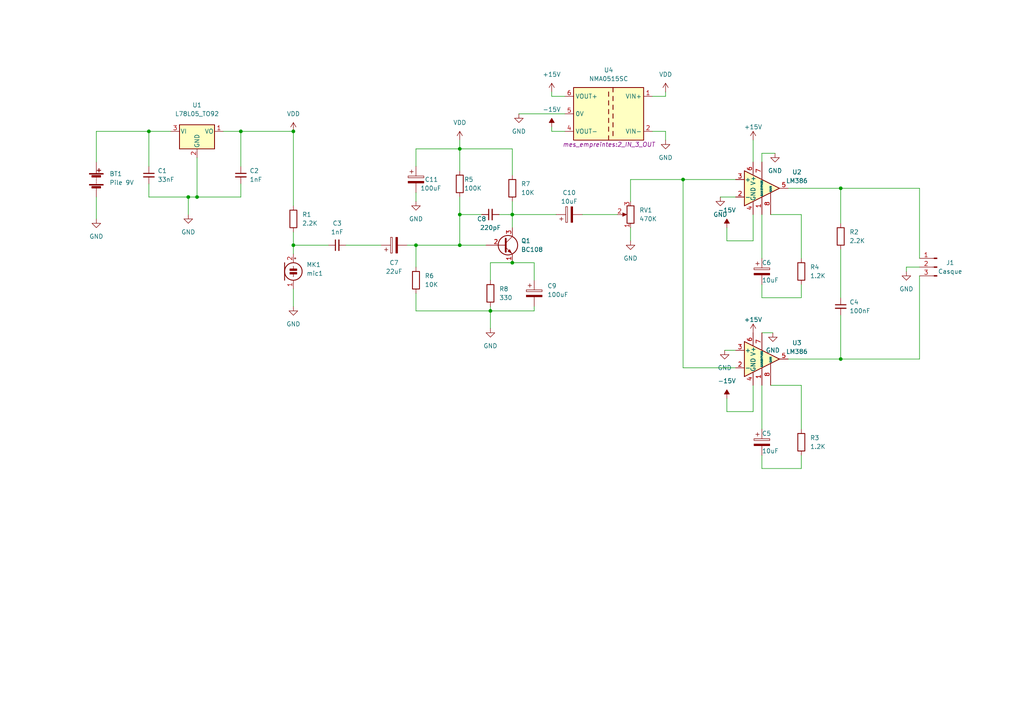
<source format=kicad_sch>
(kicad_sch (version 20211123) (generator eeschema)
  (paper "A4")
  (lib_symbols
    (symbol "Amplifier_Audio:LM386" (pin_names (offset 0.127))
      (property "Reference" "U" (at 1.27 7.62 0))
      (property "Value" "LM386" (at 1.27 5.08 0))
      (symbol "LM386_0_1"
        (polyline (pts (xy 5.08 0) (xy -5.08 5.08) (xy -5.08 -5.08) (xy 5.08 0)) (stroke (width 0.254)) (fill (type background)))
      )
      (symbol "LM386_1_1"
        (pin input line (at 0 -7.62 90) (length 5.08) (name "GAIN") (number "1"))
        (pin input line (at -7.62 -2.54 0) (length 2.54) (name "-") (number "2"))
        (pin input line (at -7.62 2.54 0) (length 2.54) (name "+") (number "3"))
        (pin power_in line (at -2.54 -7.62 90) (length 3.81) (name "GND") (number "4"))
        (pin output line (at 7.62 0 180) (length 2.54) (name "~") (number "5"))
        (pin power_in line (at -2.54 7.62 270) (length 3.81) (name "V+") (number "6"))
        (pin input line (at 0 7.62 270) (length 5.08) (name "BYPASS") (number "7"))
        (pin input line (at 2.54 -7.62 90) (length 6.35) (name "GAIN") (number "8"))
      )
    )
    (symbol "Connector:Conn_01x03_Male" (pin_names (offset 1.016) hide)
      (property "Reference" "J" (at 0 5.08 0))
      (property "Value" "Conn_01x03_Male" (at 0 -5.08 0))
      (symbol "Conn_01x03_Male_1_1"
        (polyline (pts (xy 1.27 -2.54) (xy 0.8636 -2.54)) (stroke (width 0.1524)))
        (polyline (pts (xy 1.27 0) (xy 0.8636 0)) (stroke (width 0.1524)))
        (polyline (pts (xy 1.27 2.54) (xy 0.8636 2.54)) (stroke (width 0.1524)))
        (rectangle (start 0.8636 -2.413) (end 0 -2.667) (stroke (width 0.1524)) (fill (type outline)))
        (rectangle (start 0.8636 0.127) (end 0 -0.127) (stroke (width 0.1524)) (fill (type outline)))
        (rectangle (start 0.8636 2.667) (end 0 2.413) (stroke (width 0.1524)) (fill (type outline)))
        (pin passive line (at 5.08 2.54 180) (length 3.81) (name "Pin_1") (number "1"))
        (pin passive line (at 5.08 0 180) (length 3.81) (name "Pin_2") (number "2"))
        (pin passive line (at 5.08 -2.54 180) (length 3.81) (name "Pin_3") (number "3"))
      )
    )
    (symbol "Device:Battery" (pin_numbers hide) (pin_names (offset 0) hide)
      (property "Reference" "BT" (at 2.54 2.54 0))
      (property "Value" "Battery" (at 2.54 0 0))
      (symbol "Battery_0_1"
        (rectangle (start -2.032 -1.397) (end 2.032 -1.651) (fill (type outline)))
        (rectangle (start -2.032 1.778) (end 2.032 1.524) (fill (type outline)))
        (rectangle (start -1.3208 -1.9812) (end 1.27 -2.4892) (fill (type outline)))
        (rectangle (start -1.3208 1.1938) (end 1.27 0.6858) (fill (type outline)))
        (polyline (pts (xy 0 -1.524) (xy 0 -1.27)))
        (polyline (pts (xy 0 -1.016) (xy 0 -0.762)))
        (polyline (pts (xy 0 -0.508) (xy 0 -0.254)))
        (polyline (pts (xy 0 0) (xy 0 0.254)))
        (polyline (pts (xy 0 0.508) (xy 0 0.762)))
        (polyline (pts (xy 0 1.778) (xy 0 2.54)))
        (polyline (pts (xy 0.254 2.667) (xy 1.27 2.667)) (stroke (width 0.254)))
        (polyline (pts (xy 0.762 3.175) (xy 0.762 2.159)) (stroke (width 0.254)))
      )
      (symbol "Battery_1_1"
        (pin passive line (at 0 5.08 270) (length 2.54) (name "+") (number "1"))
        (pin passive line (at 0 -5.08 90) (length 2.54) (name "-") (number "2"))
      )
    )
    (symbol "Device:C_Polarized" (pin_numbers hide) (pin_names (offset 0.254))
      (property "Reference" "C" (at 0.635 2.54 0))
      (property "Value" "C_Polarized" (at 0.635 -2.54 0))
      (symbol "C_Polarized_0_1"
        (rectangle (start -2.286 0.508) (end 2.286 1.016))
        (polyline (pts (xy -1.778 2.286) (xy -0.762 2.286)))
        (polyline (pts (xy -1.27 2.794) (xy -1.27 1.778)))
        (rectangle (start 2.286 -0.508) (end -2.286 -1.016) (fill (type outline)))
      )
      (symbol "C_Polarized_1_1"
        (pin passive line (at 0 3.81 270) (length 2.794) (name "~") (number "1"))
        (pin passive line (at 0 -3.81 90) (length 2.794) (name "~") (number "2"))
      )
    )
    (symbol "Device:C_Small" (pin_numbers hide) (pin_names (offset 0.254) hide)
      (property "Reference" "C" (at 0.254 1.778 0))
      (property "Value" "C_Small" (at 0.254 -2.032 0))
      (symbol "C_Small_0_1"
        (polyline (pts (xy -1.524 -0.508) (xy 1.524 -0.508)) (stroke (width 0.3302)))
        (polyline (pts (xy -1.524 0.508) (xy 1.524 0.508)) (stroke (width 0.3048)))
      )
      (symbol "C_Small_1_1"
        (pin passive line (at 0 2.54 270) (length 2.032) (name "~") (number "1"))
        (pin passive line (at 0 -2.54 90) (length 2.032) (name "~") (number "2"))
      )
    )
    (symbol "Device:Microphone_Condenser" (pin_names (offset 0.0254) hide)
      (property "Reference" "MK" (at -3.302 1.27 0))
      (property "Value" "Microphone_Condenser" (at -3.302 -0.635 0))
      (symbol "Microphone_Condenser_0_1"
        (polyline (pts (xy -2.54 2.54) (xy -2.54 -2.54)) (stroke (width 0.254)))
        (polyline (pts (xy 0 -0.762) (xy 0 -1.524)))
        (polyline (pts (xy 0 0.762) (xy 0 1.524)))
        (polyline (pts (xy 0.254 3.81) (xy 0.762 3.81)))
        (polyline (pts (xy 0.508 4.064) (xy 0.508 3.556)))
        (circle (center 0 0) (radius 2.54) (stroke (width 0.254)))
        (rectangle (start 1.016 -0.254) (end -1.016 -0.762) (fill (type outline)))
        (rectangle (start 1.016 0.762) (end -1.016 0.254) (fill (type outline)))
      )
      (symbol "Microphone_Condenser_1_1"
        (pin passive line (at 0 -5.08 90) (length 2.54) (name "-") (number "1"))
        (pin passive line (at 0 5.08 270) (length 2.54) (name "+") (number "2"))
      )
    )
    (symbol "Device:R" (pin_numbers hide) (pin_names (offset 0))
      (property "Reference" "R" (at 2.032 0 90))
      (property "Value" "R" (at 0 0 90))
      (symbol "R_0_1"
        (rectangle (start -1.016 -2.54) (end 1.016 2.54) (stroke (width 0.254)))
      )
      (symbol "R_1_1"
        (pin passive line (at 0 3.81 270) (length 1.27) (name "~") (number "1"))
        (pin passive line (at 0 -3.81 90) (length 1.27) (name "~") (number "2"))
      )
    )
    (symbol "Device:R_Potentiometer" (pin_names (offset 1.016) hide)
      (property "Reference" "RV" (at -4.445 0 90))
      (property "Value" "R_Potentiometer" (at -2.54 0 90))
      (symbol "R_Potentiometer_0_1"
        (polyline (pts (xy 2.54 0) (xy 1.524 0)))
        (polyline (pts (xy 1.143 0) (xy 2.286 0.508) (xy 2.286 -0.508) (xy 1.143 0)) (fill (type outline)))
        (rectangle (start 1.016 2.54) (end -1.016 -2.54) (stroke (width 0.254)))
      )
      (symbol "R_Potentiometer_1_1"
        (pin passive line (at 0 3.81 270) (length 1.27) (name "1") (number "1"))
        (pin passive line (at 3.81 0 180) (length 1.27) (name "2") (number "2"))
        (pin passive line (at 0 -3.81 90) (length 1.27) (name "3") (number "3"))
      )
    )
    (symbol "Regulator_Linear:L78L05_TO92" (pin_names (offset 0.254))
      (property "Reference" "U" (at -3.81 3.175 0))
      (property "Value" "L78L05_TO92" (at 0 3.175 0))
      (symbol "L78L05_TO92_0_1"
        (rectangle (start -5.08 -5.08) (end 5.08 1.905) (stroke (width 0.254)) (fill (type background)))
      )
      (symbol "L78L05_TO92_1_1"
        (pin power_out line (at 7.62 0 180) (length 2.54) (name "VO") (number "1"))
        (pin power_in line (at 0 -7.62 90) (length 2.54) (name "GND") (number "2"))
        (pin power_in line (at -7.62 0 0) (length 2.54) (name "VI") (number "3"))
      )
    )
    (symbol "Regulator_Switching:NMA0515SC"
      (property "Reference" "U4" (at 0 12.7 0))
      (property "Value" "NMA0515SC" (at 0 10.16 0))
      (symbol "NMA0515SC_0_1"
        (rectangle (start -10.16 -7.62) (end 10.16 7.62) (stroke (width 0.254)) (fill (type background)))
        (polyline (pts (xy 0 -7.62) (xy 0 -6.35)) (stroke (width 0.254)))
        (polyline (pts (xy 0 -5.08) (xy 0 -3.81)) (stroke (width 0.254)))
        (polyline (pts (xy 0 -1.27) (xy 0 -2.54)) (stroke (width 0.254)))
        (polyline (pts (xy 0 0) (xy 0 1.27)) (stroke (width 0.254)))
        (polyline (pts (xy 0 2.54) (xy 0 3.81)) (stroke (width 0.254)))
        (polyline (pts (xy 0 5.08) (xy 0 6.35)) (stroke (width 0.254)))
        (polyline (pts (xy 1.27 -5.08) (xy 1.27 -6.35)) (stroke (width 0.254)))
        (polyline (pts (xy 1.27 -2.54) (xy 1.27 -3.81)) (stroke (width 0.254)))
        (polyline (pts (xy 1.27 0) (xy 1.27 -1.27)) (stroke (width 0.254)))
        (polyline (pts (xy 1.27 2.54) (xy 1.27 1.27)) (stroke (width 0.254)))
        (polyline (pts (xy 1.27 5.08) (xy 1.27 3.81)) (stroke (width 0.254)))
        (polyline (pts (xy 1.27 7.62) (xy 1.27 6.35)) (stroke (width 0.254)))
      )
      (symbol "NMA0515SC_1_1"
        (pin power_in line (at 12.7 5.08 180) (length 2.54) (name "VIN+") (number "1"))
        (pin power_in line (at 12.7 -5.08 180) (length 2.54) (name "VIN-") (number "2"))
        (pin power_out line (at -12.7 -5.08 0) (length 2.54) (name "VOUT-") (number "4"))
        (pin power_out line (at -12.7 0 0) (length 2.54) (name "0V") (number "5"))
        (pin power_out line (at -12.7 5.08 0) (length 2.54) (name "VOUT+") (number "6"))
      )
    )
    (symbol "Transistor_BJT:BC108" (pin_names (offset 0) hide)
      (property "Reference" "Q" (at 5.08 1.905 0))
      (property "Value" "BC108" (at 5.08 0 0))
      (symbol "BC108_0_1"
        (polyline (pts (xy 0.635 0.635) (xy 2.54 2.54)))
        (polyline (pts (xy 0.635 -0.635) (xy 2.54 -2.54) (xy 2.54 -2.54)))
        (polyline (pts (xy 0.635 1.905) (xy 0.635 -1.905) (xy 0.635 -1.905)) (stroke (width 0.508)))
        (polyline (pts (xy 1.27 -1.778) (xy 1.778 -1.27) (xy 2.286 -2.286) (xy 1.27 -1.778) (xy 1.27 -1.778)) (fill (type outline)))
        (circle (center 1.27 0) (radius 2.8194) (stroke (width 0.254)))
      )
      (symbol "BC108_1_1"
        (pin passive line (at 2.54 -5.08 90) (length 2.54) (name "E") (number "1"))
        (pin input line (at -5.08 0 0) (length 5.715) (name "B") (number "2"))
        (pin passive line (at 2.54 5.08 270) (length 2.54) (name "C") (number "3"))
      )
    )
    (symbol "power:+15V" (power) (pin_names (offset 0))
      (property "Value" "+15V" (at 0 3.556 0))
      (symbol "+15V_0_1"
        (polyline (pts (xy -0.762 1.27) (xy 0 2.54)))
        (polyline (pts (xy 0 0) (xy 0 2.54)))
        (polyline (pts (xy 0 2.54) (xy 0.762 1.27)))
      )
      (symbol "+15V_1_1"
        (pin power_in line (at 0 0 90) (length 0) hide (name "+15V") (number "1"))
      )
    )
    (symbol "power:-15V" (power) (pin_names (offset 0))
      (property "Value" "-15V" (at 0 3.81 0))
      (symbol "-15V_0_0"
        (pin power_in line (at 0 0 90) (length 0) hide (name "-15V") (number "1"))
      )
      (symbol "-15V_0_1"
        (polyline (pts (xy 0 0) (xy 0 1.27) (xy 0.762 1.27) (xy 0 2.54) (xy -0.762 1.27) (xy 0 1.27)) (fill (type outline)))
      )
    )
    (symbol "power:GND" (power) (pin_names (offset 0))
      (property "Value" "GND" (at 0 -3.81 0))
      (symbol "GND_0_1"
        (polyline (pts (xy 0 0) (xy 0 -1.27) (xy 1.27 -1.27) (xy 0 -2.54) (xy -1.27 -1.27) (xy 0 -1.27)))
      )
      (symbol "GND_1_1"
        (pin power_in line (at 0 0 270) (length 0) hide (name "GND") (number "1"))
      )
    )
    (symbol "power:VDD" (power) (pin_names (offset 0))
      (property "Value" "VDD" (at 0 3.81 0))
      (symbol "VDD_0_1"
        (polyline (pts (xy -0.762 1.27) (xy 0 2.54)))
        (polyline (pts (xy 0 0) (xy 0 2.54)))
        (polyline (pts (xy 0 2.54) (xy 0.762 1.27)))
      )
      (symbol "VDD_1_1"
        (pin power_in line (at 0 0 90) (length 0) hide (name "VDD") (number "1"))
      )
    )
  )
  (junction (at 120.65 71.12))
  (junction (at 85.09 71.12))
  (junction (at 198.12 52.07))
  (junction (at 142.24 90.17))
  (junction (at 243.84 54.61))
  (junction (at 243.84 104.14))
  (junction (at 54.61 57.15))
  (junction (at 69.85 38.1))
  (junction (at 43.18 38.1))
  (junction (at 148.59 62.23))
  (junction (at 133.35 71.12))
  (junction (at 133.35 43.18))
  (junction (at 133.35 62.23))
  (junction (at 85.09 38.1))
  (junction (at 57.15 57.15))
  (junction (at 148.59 76.2))
  (wire (pts (xy 189.23 27.94) (xy 193.04 27.94)))
  (wire (pts (xy 243.84 72.39) (xy 243.84 86.36)))
  (wire (pts (xy 243.84 104.14) (xy 243.84 91.44)))
  (wire (pts (xy 262.89 77.47) (xy 262.89 78.74)))
  (wire (pts (xy 57.15 57.15) (xy 69.85 57.15)))
  (wire (pts (xy 220.98 96.52) (xy 224.155 96.52)))
  (wire (pts (xy 69.85 57.15) (xy 69.85 53.34)))
  (wire (pts (xy 168.91 62.23) (xy 179.07 62.23)))
  (wire (pts (xy 220.98 82.55) (xy 220.98 86.36)))
  (wire (pts (xy 228.6 54.61) (xy 243.84 54.61)))
  (wire (pts (xy 193.04 38.1) (xy 193.04 40.64)))
  (wire (pts (xy 133.35 57.15) (xy 133.35 62.23)))
  (wire (pts (xy 120.65 71.12) (xy 120.65 77.47)))
  (wire (pts (xy 144.78 62.23) (xy 148.59 62.23)))
  (wire (pts (xy 210.82 119.38) (xy 210.82 115.57)))
  (wire (pts (xy 85.09 83.82) (xy 85.09 88.9)))
  (wire (pts (xy 220.98 62.23) (xy 220.98 74.93)))
  (wire (pts (xy 232.41 124.46) (xy 232.41 111.76)))
  (wire (pts (xy 232.41 132.08) (xy 232.41 135.89)))
  (wire (pts (xy 198.12 52.07) (xy 198.12 106.68)))
  (wire (pts (xy 220.98 46.99) (xy 220.98 44.45)))
  (wire (pts (xy 57.15 45.72) (xy 57.15 57.15)))
  (wire (pts (xy 218.44 62.23) (xy 218.44 69.85)))
  (wire (pts (xy 220.98 44.45) (xy 224.79 44.45)))
  (wire (pts (xy 232.41 74.93) (xy 232.41 62.23)))
  (wire (pts (xy 43.18 38.1) (xy 43.18 48.26)))
  (wire (pts (xy 220.98 135.89) (xy 232.41 135.89)))
  (wire (pts (xy 85.09 67.31) (xy 85.09 71.12)))
  (wire (pts (xy 133.35 71.12) (xy 140.97 71.12)))
  (wire (pts (xy 27.94 57.15) (xy 27.94 63.5)))
  (wire (pts (xy 232.41 82.55) (xy 232.41 86.36)))
  (wire (pts (xy 182.88 58.42) (xy 182.88 52.07)))
  (wire (pts (xy 142.24 90.17) (xy 142.24 95.25)))
  (wire (pts (xy 163.83 27.94) (xy 160.02 27.94)))
  (wire (pts (xy 133.35 43.18) (xy 120.65 43.18)))
  (wire (pts (xy 54.61 57.15) (xy 54.61 62.23)))
  (wire (pts (xy 198.12 52.07) (xy 213.36 52.07)))
  (wire (pts (xy 43.18 53.34) (xy 43.18 57.15)))
  (wire (pts (xy 142.24 88.9) (xy 142.24 90.17)))
  (wire (pts (xy 69.85 38.1) (xy 69.85 48.26)))
  (wire (pts (xy 220.98 86.36) (xy 232.41 86.36)))
  (wire (pts (xy 160.02 38.1) (xy 160.02 36.83)))
  (wire (pts (xy 148.59 76.2) (xy 154.94 76.2)))
  (wire (pts (xy 142.24 76.2) (xy 148.59 76.2)))
  (wire (pts (xy 182.88 66.04) (xy 182.88 69.85)))
  (wire (pts (xy 120.65 71.12) (xy 133.35 71.12)))
  (wire (pts (xy 148.59 58.42) (xy 148.59 62.23)))
  (wire (pts (xy 243.84 54.61) (xy 243.84 64.77)))
  (wire (pts (xy 228.6 104.14) (xy 243.84 104.14)))
  (wire (pts (xy 27.94 38.1) (xy 43.18 38.1)))
  (wire (pts (xy 163.83 38.1) (xy 160.02 38.1)))
  (wire (pts (xy 43.18 57.15) (xy 54.61 57.15)))
  (wire (pts (xy 133.35 62.23) (xy 139.7 62.23)))
  (wire (pts (xy 154.94 76.2) (xy 154.94 81.28)))
  (wire (pts (xy 43.18 38.1) (xy 49.53 38.1)))
  (wire (pts (xy 243.84 54.61) (xy 266.7 54.61)))
  (wire (pts (xy 182.88 52.07) (xy 198.12 52.07)))
  (wire (pts (xy 208.915 57.15) (xy 213.36 57.15)))
  (wire (pts (xy 266.7 54.61) (xy 266.7 74.93)))
  (wire (pts (xy 54.61 57.15) (xy 57.15 57.15)))
  (wire (pts (xy 232.41 62.23) (xy 223.52 62.23)))
  (wire (pts (xy 243.84 104.14) (xy 266.7 104.14)))
  (wire (pts (xy 266.7 77.47) (xy 262.89 77.47)))
  (wire (pts (xy 85.09 71.12) (xy 95.25 71.12)))
  (wire (pts (xy 213.36 106.68) (xy 198.12 106.68)))
  (wire (pts (xy 210.82 69.85) (xy 210.82 66.04)))
  (wire (pts (xy 218.44 69.85) (xy 210.82 69.85)))
  (wire (pts (xy 148.59 50.8) (xy 148.59 43.18)))
  (wire (pts (xy 27.94 46.99) (xy 27.94 38.1)))
  (wire (pts (xy 148.59 62.23) (xy 161.29 62.23)))
  (wire (pts (xy 232.41 111.76) (xy 223.52 111.76)))
  (wire (pts (xy 120.65 90.17) (xy 142.24 90.17)))
  (wire (pts (xy 85.09 38.1) (xy 85.09 59.69)))
  (wire (pts (xy 118.11 71.12) (xy 120.65 71.12)))
  (wire (pts (xy 148.59 62.23) (xy 148.59 66.04)))
  (wire (pts (xy 218.44 40.64) (xy 218.44 46.99)))
  (wire (pts (xy 148.59 43.18) (xy 133.35 43.18)))
  (wire (pts (xy 133.35 43.18) (xy 133.35 49.53)))
  (wire (pts (xy 85.09 71.12) (xy 85.09 73.66)))
  (wire (pts (xy 69.85 38.1) (xy 85.09 38.1)))
  (wire (pts (xy 142.24 81.28) (xy 142.24 76.2)))
  (wire (pts (xy 120.65 55.88) (xy 120.65 58.42)))
  (wire (pts (xy 154.94 90.17) (xy 142.24 90.17)))
  (wire (pts (xy 218.44 111.76) (xy 218.44 119.38)))
  (wire (pts (xy 100.33 71.12) (xy 110.49 71.12)))
  (wire (pts (xy 154.94 88.9) (xy 154.94 90.17)))
  (wire (pts (xy 120.65 85.09) (xy 120.65 90.17)))
  (wire (pts (xy 64.77 38.1) (xy 69.85 38.1)))
  (wire (pts (xy 193.04 27.94) (xy 193.04 26.67)))
  (wire (pts (xy 220.98 132.08) (xy 220.98 135.89)))
  (wire (pts (xy 160.02 27.94) (xy 160.02 26.67)))
  (wire (pts (xy 210.185 101.6) (xy 213.36 101.6)))
  (wire (pts (xy 133.35 62.23) (xy 133.35 71.12)))
  (wire (pts (xy 120.65 43.18) (xy 120.65 48.26)))
  (wire (pts (xy 218.44 119.38) (xy 210.82 119.38)))
  (wire (pts (xy 189.23 38.1) (xy 193.04 38.1)))
  (wire (pts (xy 150.495 33.02) (xy 163.83 33.02)))
  (wire (pts (xy 266.7 80.01) (xy 266.7 104.14)))
  (wire (pts (xy 133.35 40.64) (xy 133.35 43.18)))
  (wire (pts (xy 220.98 111.76) (xy 220.98 124.46)))
  (symbol (lib_id "Device:R") (at 148.59 54.61 0) (unit 1)
    (property "Reference" "R7" (at 151.13 53.3399 0) (effects (justify left)))
    (property "Value" "10K" (at 151.13 55.8799 0) (effects (justify left)))
    (property "Footprint" "Resistor_THT:R_Axial_DIN0309_L9.0mm_D3.2mm_P15.24mm_Horizontal" (effects hide))
  )
  (symbol (lib_id "Transistor_BJT:BC108") (at 146.05 71.12 0) (unit 1)
    (property "Reference" "Q1" (at 151.13 69.8499 0) (effects (justify left)))
    (property "Value" "BC108" (at 151.13 72.3899 0) (effects (justify left)))
    (property "Footprint" "Package_TO_SOT_THT:TO-52-3_Window" (effects hide))
    (property "Datasheet" "http://www.b-kainka.de/Daten/Transistor/BC108.pdf" (effects hide))
  )
  (symbol (lib_id "Device:Microphone_Condenser") (at 85.09 78.74 0) (unit 1)
    (property "Reference" "MK1" (at 88.9 76.7714 0) (effects (justify left)))
    (property "Value" "mic1" (at 88.9 79.3114 0) (effects (justify left)))
    (property "Footprint" "Connector_PinSocket_2.00mm:PinSocket_1x03_P2.00mm_Vertical" (effects hide))
  )
  (symbol (lib_id "Device:Battery") (at 27.94 52.07 0) (unit 1)
    (property "Reference" "BT1" (at 31.75 50.4189 0) (effects (justify left)))
    (property "Value" "Pile 9V" (at 31.75 52.9589 0) (effects (justify left)))
    (property "Footprint" "Battery:BatteryHolder_MPD_BH-18650-PC2" (effects hide))
  )
  (symbol (lib_id "Device:C_Polarized") (at 154.94 85.09 0) (unit 1)
    (property "Reference" "C9" (at 158.75 82.9309 0) (effects (justify left)))
    (property "Value" "100uF" (at 158.75 85.4709 0) (effects (justify left)))
    (property "Footprint" "Capacitor_THT:CP_Axial_L11.0mm_D6.0mm_P18.00mm_Horizontal" (effects hide))
  )
  (symbol (lib_id "Device:R") (at 85.09 63.5 0) (unit 1)
    (property "Reference" "R1" (at 87.63 62.2299 0) (effects (justify left)))
    (property "Value" "2.2K" (at 87.63 64.7699 0) (effects (justify left)))
    (property "Footprint" "Resistor_THT:R_Axial_DIN0309_L9.0mm_D3.2mm_P15.24mm_Horizontal" (effects hide))
  )
  (symbol (lib_id "Device:C_Polarized") (at 220.98 128.27 0) (unit 1)
    (property "Reference" "C5" (at 220.98 125.73 0) (effects (justify left)))
    (property "Value" "10uF" (at 220.98 130.81 0) (effects (justify left)))
    (property "Footprint" "Capacitor_THT:CP_Axial_L11.0mm_D6.0mm_P18.00mm_Horizontal" (effects hide))
  )
  (symbol (lib_id "power:-15V") (at 160.02 36.83 0) (unit 1)
    (property "Reference" "#PWR0113" (effects hide))
    (property "Value" "-15V" (at 160.02 31.75 0))
  )
  (symbol (lib_id "Device:C_Polarized") (at 114.3 71.12 90) (unit 1)
    (property "Reference" "C7" (at 114.3 76.2 90))
    (property "Value" "22uF" (at 114.3 78.74 90))
    (property "Footprint" "Capacitor_THT:CP_Axial_L11.0mm_D6.0mm_P18.00mm_Horizontal" (effects hide))
  )
  (symbol (lib_id "Device:C_Polarized") (at 220.98 78.74 0) (unit 1)
    (property "Reference" "C6" (at 220.98 76.2 0) (effects (justify left)))
    (property "Value" "10uF" (at 220.98 81.28 0) (effects (justify left)))
    (property "Footprint" "Capacitor_THT:CP_Axial_L11.0mm_D6.0mm_P18.00mm_Horizontal" (effects hide))
  )
  (symbol (lib_id "power:GND") (at 142.24 95.25 0) (unit 1)
    (property "Reference" "#PWR0107" (effects hide))
    (property "Value" "GND" (at 142.24 100.33 0))
  )
  (symbol (lib_id "Device:R") (at 120.65 81.28 0) (unit 1)
    (property "Reference" "R6" (at 123.19 80.0099 0) (effects (justify left)))
    (property "Value" "10K" (at 123.19 82.5499 0) (effects (justify left)))
    (property "Footprint" "Resistor_THT:R_Axial_DIN0309_L9.0mm_D3.2mm_P15.24mm_Horizontal" (effects hide))
  )
  (symbol (lib_id "power:VDD") (at 193.04 26.67 0) (unit 1)
    (property "Reference" "#PWR0110" (effects hide))
    (property "Value" "VDD" (at 193.04 21.59 0))
  )
  (symbol (lib_id "power:GND") (at 224.155 96.52 0) (unit 1)
    (property "Reference" "#PWR0118" (effects hide))
    (property "Value" "GND" (at 224.155 101.6 0))
  )
  (symbol (lib_id "power:GND") (at 54.61 62.23 0) (unit 1)
    (property "Reference" "#PWR0103" (effects hide))
    (property "Value" "GND" (at 54.61 67.31 0))
  )
  (symbol (lib_id "power:GND") (at 224.79 44.45 0) (unit 1)
    (property "Reference" "#PWR0119" (effects hide))
    (property "Value" "GND" (at 224.79 49.53 0))
  )
  (symbol (lib_id "power:-15V") (at 210.82 115.57 0) (unit 1)
    (property "Reference" "#PWR0116" (effects hide))
    (property "Value" "-15V" (at 210.82 110.49 0))
  )
  (symbol (lib_id "Amplifier_Audio:LM386") (at 220.98 54.61 0) (unit 1)
    (property "Reference" "U2" (at 231.14 49.911 0))
    (property "Value" "LM386" (at 231.14 52.451 0))
    (property "Footprint" "Package_DIP:DIP-8_W10.16mm" (effects hide))
    (property "Datasheet" "http://www.ti.com/lit/ds/symlink/lm386.pdf" (effects hide))
  )
  (symbol (lib_id "power:VDD") (at 85.09 38.1 0) (unit 1)
    (property "Reference" "#PWR0102" (effects hide))
    (property "Value" "VDD" (at 85.09 33.02 0))
  )
  (symbol (lib_id "Regulator_Switching:NMA0515SC") (at 176.53 33.02 0) (unit 1)
    (property "Reference" "U4" (at 176.53 20.32 0))
    (property "Value" "NMA0515SC" (at 176.53 22.86 0))
    (property "Footprint" "mes_empreintes:2_IN_3_OUT" (at 176.53 41.91 0) (effects (font italic)))
  )
  (symbol (lib_id "Device:R") (at 232.41 128.27 0) (unit 1)
    (property "Reference" "R3" (at 234.95 126.9999 0) (effects (justify left)))
    (property "Value" "1.2K" (at 234.95 129.5399 0) (effects (justify left)))
    (property "Footprint" "Resistor_THT:R_Axial_DIN0309_L9.0mm_D3.2mm_P15.24mm_Horizontal" (effects hide))
  )
  (symbol (lib_id "power:GND") (at 262.89 78.74 0) (unit 1)
    (property "Reference" "#PWR0117" (effects hide))
    (property "Value" "GND" (at 262.89 83.82 0))
  )
  (symbol (lib_id "power:VDD") (at 133.35 40.64 0) (unit 1)
    (property "Reference" "#PWR0106" (effects hide))
    (property "Value" "VDD" (at 133.35 35.56 0))
  )
  (symbol (lib_id "power:GND") (at 150.495 33.02 0) (unit 1)
    (property "Reference" "#PWR0120" (effects hide))
    (property "Value" "GND" (at 150.495 38.1 0))
  )
  (symbol (lib_id "Device:C_Polarized") (at 165.1 62.23 90) (unit 1)
    (property "Reference" "C10" (at 165.1 55.88 90))
    (property "Value" "10uF" (at 165.1 58.42 90))
    (property "Footprint" "Capacitor_THT:CP_Axial_L11.0mm_D6.0mm_P18.00mm_Horizontal" (effects hide))
  )
  (symbol (lib_id "power:+15V") (at 218.44 96.52 0) (unit 1)
    (property "Reference" "#PWR0115" (effects hide))
    (property "Value" "+15V" (at 218.44 92.71 0))
  )
  (symbol (lib_id "power:GND") (at 27.94 63.5 0) (unit 1)
    (property "Reference" "#PWR0101" (effects hide))
    (property "Value" "GND" (at 27.94 68.58 0))
  )
  (symbol (lib_id "power:GND") (at 193.04 40.64 0) (unit 1)
    (property "Reference" "#PWR0109" (effects hide))
    (property "Value" "GND" (at 193.04 45.72 0))
  )
  (symbol (lib_id "power:+15V") (at 218.44 40.64 0) (unit 1)
    (property "Reference" "#PWR0111" (effects hide))
    (property "Value" "+15V" (at 218.44 36.83 0))
  )
  (symbol (lib_id "Device:R") (at 243.84 68.58 0) (unit 1)
    (property "Reference" "R2" (at 246.38 67.3099 0) (effects (justify left)))
    (property "Value" "2.2K" (at 246.38 69.8499 0) (effects (justify left)))
    (property "Footprint" "Resistor_THT:R_Axial_DIN0309_L9.0mm_D3.2mm_P15.24mm_Horizontal" (effects hide))
  )
  (symbol (lib_id "power:+15V") (at 160.02 26.67 0) (unit 1)
    (property "Reference" "#PWR0112" (effects hide))
    (property "Value" "+15V" (at 160.02 21.59 0))
  )
  (symbol (lib_id "Device:R") (at 133.35 53.34 0) (unit 1)
    (property "Reference" "R5" (at 134.62 52.07 0) (effects (justify left)))
    (property "Value" "100K" (at 134.62 54.61 0) (effects (justify left)))
    (property "Footprint" "Resistor_THT:R_Axial_DIN0309_L9.0mm_D3.2mm_P15.24mm_Horizontal" (effects hide))
  )
  (symbol (lib_id "power:GND") (at 85.09 88.9 0) (unit 1)
    (property "Reference" "#PWR0104" (effects hide))
    (property "Value" "GND" (at 85.09 93.98 0))
  )
  (symbol (lib_id "Device:C_Small") (at 97.79 71.12 90) (unit 1)
    (property "Reference" "C3" (at 97.7963 64.77 90))
    (property "Value" "1nF" (at 97.7963 67.31 90))
    (property "Footprint" "Capacitor_THT:CP_Radial_D5.0mm_P2.50mm" (effects hide))
  )
  (symbol (lib_id "Device:C_Polarized") (at 120.65 52.07 0) (unit 1)
    (property "Reference" "C11" (at 123.19 52.07 0) (effects (justify left)))
    (property "Value" "100uF" (at 121.92 54.61 0) (effects (justify left)))
    (property "Footprint" "Capacitor_THT:CP_Axial_L11.0mm_D6.0mm_P18.00mm_Horizontal" (effects hide))
  )
  (symbol (lib_id "Connector:Conn_01x03_Male") (at 271.78 77.47 0) (mirror y) (unit 1)
    (property "Reference" "J1" (at 275.59 76.2 0))
    (property "Value" "Casque" (at 275.59 78.74 0))
    (property "Footprint" "Connector_PinSocket_1.27mm:PinSocket_1x03_P1.27mm_Vertical" (effects hide))
  )
  (symbol (lib_id "Device:C_Small") (at 243.84 88.9 0) (unit 1)
    (property "Reference" "C4" (at 246.38 87.6362 0) (effects (justify left)))
    (property "Value" "100nF" (at 246.38 90.1762 0) (effects (justify left)))
    (property "Footprint" "Capacitor_THT:CP_Radial_D5.0mm_P2.50mm" (effects hide))
  )
  (symbol (lib_id "Device:C_Small") (at 69.85 50.8 0) (unit 1)
    (property "Reference" "C2" (at 72.39 49.5362 0) (effects (justify left)))
    (property "Value" "1nF" (at 72.39 52.0762 0) (effects (justify left)))
    (property "Footprint" "Capacitor_THT:CP_Radial_D5.0mm_P2.50mm" (effects hide))
  )
  (symbol (lib_id "Amplifier_Audio:LM386") (at 220.98 104.14 0) (unit 1)
    (property "Reference" "U3" (at 231.14 99.441 0))
    (property "Value" "LM386" (at 231.14 101.981 0))
    (property "Footprint" "Package_DIP:DIP-8_W10.16mm" (effects hide))
    (property "Datasheet" "http://www.ti.com/lit/ds/symlink/lm386.pdf" (effects hide))
  )
  (symbol (lib_id "Regulator_Linear:L78L05_TO92") (at 57.15 38.1 0) (unit 1)
    (property "Reference" "U1" (at 57.15 30.48 0))
    (property "Value" "L78L05_TO92" (at 57.15 33.02 0))
    (property "Footprint" "Package_TO_SOT_THT:TO-92Flat" (effects hide))
    (property "Datasheet" "http://www.st.com/content/ccc/resource/technical/document/datasheet/15/55/e5/aa/23/5b/43/fd/CD00000446.pdf/files/CD00000446.pdf/jcr:content/translations/en.CD00000446.pdf" (effects hide))
  )
  (symbol (lib_id "Device:R") (at 142.24 85.09 0) (unit 1)
    (property "Reference" "R8" (at 144.78 83.8199 0) (effects (justify left)))
    (property "Value" "330" (at 144.78 86.3599 0) (effects (justify left)))
    (property "Footprint" "Resistor_THT:R_Axial_DIN0309_L9.0mm_D3.2mm_P15.24mm_Horizontal" (effects hide))
  )
  (symbol (lib_id "power:GND") (at 210.185 101.6 0) (unit 1)
    (property "Reference" "#PWR?" (effects hide))
    (property "Value" "GND" (at 210.185 106.68 0))
  )
  (symbol (lib_id "Device:R_Potentiometer") (at 182.88 62.23 180) (unit 1)
    (property "Reference" "RV1" (at 185.42 60.9599 0) (effects (justify right)))
    (property "Value" "470K" (at 185.42 63.4999 0) (effects (justify right)))
    (property "Footprint" "Potentiometer_THT:Potentiometer_ACP_CA9-V10_Vertical_Hole" (effects hide))
  )
  (symbol (lib_id "Device:R") (at 232.41 78.74 0) (unit 1)
    (property "Reference" "R4" (at 234.95 77.4699 0) (effects (justify left)))
    (property "Value" "1.2K" (at 234.95 80.0099 0) (effects (justify left)))
    (property "Footprint" "Resistor_THT:R_Axial_DIN0309_L9.0mm_D3.2mm_P15.24mm_Horizontal" (effects hide))
  )
  (symbol (lib_id "Device:C_Small") (at 43.18 50.8 0) (unit 1)
    (property "Reference" "C1" (at 45.72 49.5362 0) (effects (justify left)))
    (property "Value" "33nF" (at 45.72 52.0762 0) (effects (justify left)))
    (property "Footprint" "Capacitor_THT:CP_Radial_D5.0mm_P2.50mm" (effects hide))
  )
  (symbol (lib_id "power:GND") (at 120.65 58.42 0) (unit 1)
    (property "Reference" "#PWR0105" (effects hide))
    (property "Value" "GND" (at 120.65 63.5 0))
  )
  (symbol (lib_id "power:-15V") (at 210.82 66.04 0) (unit 1)
    (property "Reference" "#PWR0108" (effects hide))
    (property "Value" "-15V" (at 210.82 60.96 0))
  )
  (symbol (lib_id "power:GND") (at 208.915 57.15 0) (unit 1)
    (property "Reference" "#PWR?" (effects hide))
    (property "Value" "GND" (at 208.915 62.23 0))
  )
  (symbol (lib_id "power:GND") (at 182.88 69.85 0) (unit 1)
    (property "Reference" "#PWR0114" (effects hide))
    (property "Value" "GND" (at 182.88 74.93 0))
  )
  (symbol (lib_id "Device:C_Small") (at 142.24 62.23 90) (unit 1)
    (property "Reference" "C8" (at 139.7 63.5 90))
    (property "Value" "220pF" (at 142.24 66.04 90))
    (property "Footprint" "Capacitor_THT:CP_Radial_D5.0mm_P2.50mm" (effects hide))
  )
)
</source>
